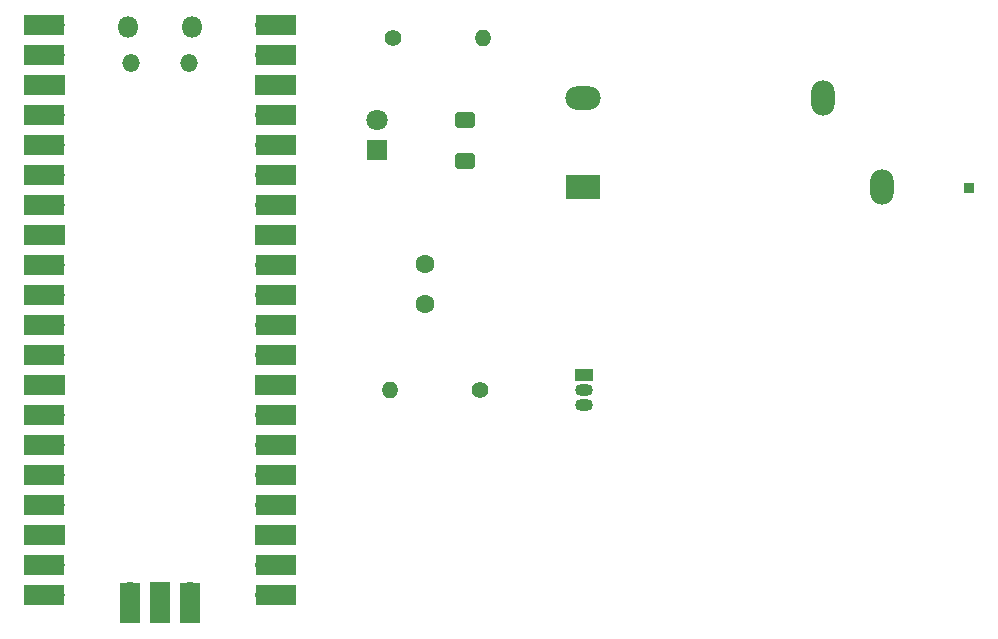
<source format=gbr>
%TF.GenerationSoftware,KiCad,Pcbnew,8.0.0*%
%TF.CreationDate,2024-03-31T23:26:35-03:00*%
%TF.ProjectId,Ponderada Semana 6,506f6e64-6572-4616-9461-2053656d616e,rev?*%
%TF.SameCoordinates,Original*%
%TF.FileFunction,Soldermask,Top*%
%TF.FilePolarity,Negative*%
%FSLAX46Y46*%
G04 Gerber Fmt 4.6, Leading zero omitted, Abs format (unit mm)*
G04 Created by KiCad (PCBNEW 8.0.0) date 2024-03-31 23:26:35*
%MOMM*%
%LPD*%
G01*
G04 APERTURE LIST*
G04 Aperture macros list*
%AMRoundRect*
0 Rectangle with rounded corners*
0 $1 Rounding radius*
0 $2 $3 $4 $5 $6 $7 $8 $9 X,Y pos of 4 corners*
0 Add a 4 corners polygon primitive as box body*
4,1,4,$2,$3,$4,$5,$6,$7,$8,$9,$2,$3,0*
0 Add four circle primitives for the rounded corners*
1,1,$1+$1,$2,$3*
1,1,$1+$1,$4,$5*
1,1,$1+$1,$6,$7*
1,1,$1+$1,$8,$9*
0 Add four rect primitives between the rounded corners*
20,1,$1+$1,$2,$3,$4,$5,0*
20,1,$1+$1,$4,$5,$6,$7,0*
20,1,$1+$1,$6,$7,$8,$9,0*
20,1,$1+$1,$8,$9,$2,$3,0*%
G04 Aperture macros list end*
%ADD10C,1.400000*%
%ADD11O,1.400000X1.400000*%
%ADD12C,1.800000*%
%ADD13R,1.800000X1.800000*%
%ADD14R,1.700000X3.500000*%
%ADD15O,1.700000X1.700000*%
%ADD16R,1.700000X1.700000*%
%ADD17R,3.500000X1.700000*%
%ADD18O,1.800000X1.800000*%
%ADD19O,1.500000X1.500000*%
%ADD20C,1.600000*%
%ADD21R,1.500000X1.050000*%
%ADD22O,1.500000X1.050000*%
%ADD23O,2.000000X3.000000*%
%ADD24R,3.000000X2.000000*%
%ADD25O,3.000000X2.000000*%
%ADD26R,0.850000X0.850000*%
%ADD27RoundRect,0.250000X0.600000X-0.400000X0.600000X0.400000X-0.600000X0.400000X-0.600000X-0.400000X0*%
G04 APERTURE END LIST*
D10*
%TO.C,R2*%
X156840000Y-100965000D03*
D11*
X149220000Y-100965000D03*
%TD*%
D10*
%TO.C,R1*%
X149484000Y-71120000D03*
D11*
X157104000Y-71120000D03*
%TD*%
D12*
%TO.C,D1*%
X148082000Y-78110000D03*
D13*
X148082000Y-80650000D03*
%TD*%
D14*
%TO.C,U1*%
X132262000Y-118986000D03*
D15*
X132262000Y-118086000D03*
D14*
X129722000Y-118986000D03*
D16*
X129722000Y-118086000D03*
D14*
X127182000Y-118986000D03*
D15*
X127182000Y-118086000D03*
D17*
X139512000Y-70056000D03*
D15*
X138612000Y-70056000D03*
D17*
X139512000Y-72596000D03*
D15*
X138612000Y-72596000D03*
D17*
X139512000Y-75136000D03*
D16*
X138612000Y-75136000D03*
D17*
X139512000Y-77676000D03*
D15*
X138612000Y-77676000D03*
D17*
X139512000Y-80216000D03*
D15*
X138612000Y-80216000D03*
D17*
X139512000Y-82756000D03*
D15*
X138612000Y-82756000D03*
D17*
X139512000Y-85296000D03*
D15*
X138612000Y-85296000D03*
D17*
X139512000Y-87836000D03*
D16*
X138612000Y-87836000D03*
D17*
X139512000Y-90376000D03*
D15*
X138612000Y-90376000D03*
D17*
X139512000Y-92916000D03*
D15*
X138612000Y-92916000D03*
D17*
X139512000Y-95456000D03*
D15*
X138612000Y-95456000D03*
D17*
X139512000Y-97996000D03*
D15*
X138612000Y-97996000D03*
D17*
X139512000Y-100536000D03*
D16*
X138612000Y-100536000D03*
D17*
X139512000Y-103076000D03*
D15*
X138612000Y-103076000D03*
D17*
X139512000Y-105616000D03*
D15*
X138612000Y-105616000D03*
D17*
X139512000Y-108156000D03*
D15*
X138612000Y-108156000D03*
D17*
X139512000Y-110696000D03*
D15*
X138612000Y-110696000D03*
D17*
X139512000Y-113236000D03*
D16*
X138612000Y-113236000D03*
D17*
X139512000Y-115776000D03*
D15*
X138612000Y-115776000D03*
D17*
X139512000Y-118316000D03*
D15*
X138612000Y-118316000D03*
D17*
X119932000Y-118316000D03*
D15*
X120832000Y-118316000D03*
D17*
X119932000Y-115776000D03*
D15*
X120832000Y-115776000D03*
D17*
X119932000Y-113236000D03*
D16*
X120832000Y-113236000D03*
D17*
X119932000Y-110696000D03*
D15*
X120832000Y-110696000D03*
D17*
X119932000Y-108156000D03*
D15*
X120832000Y-108156000D03*
D17*
X119932000Y-105616000D03*
D15*
X120832000Y-105616000D03*
D17*
X119932000Y-103076000D03*
D15*
X120832000Y-103076000D03*
D17*
X119932000Y-100536000D03*
D16*
X120832000Y-100536000D03*
D17*
X119932000Y-97996000D03*
D15*
X120832000Y-97996000D03*
D17*
X119932000Y-95456000D03*
D15*
X120832000Y-95456000D03*
D17*
X119932000Y-92916000D03*
D15*
X120832000Y-92916000D03*
D17*
X119932000Y-90376000D03*
D15*
X120832000Y-90376000D03*
D17*
X119932000Y-87836000D03*
D16*
X120832000Y-87836000D03*
D17*
X119932000Y-85296000D03*
D15*
X120832000Y-85296000D03*
D17*
X119932000Y-82756000D03*
D15*
X120832000Y-82756000D03*
D17*
X119932000Y-80216000D03*
D15*
X120832000Y-80216000D03*
D17*
X119932000Y-77676000D03*
D15*
X120832000Y-77676000D03*
D17*
X119932000Y-75136000D03*
D16*
X120832000Y-75136000D03*
D17*
X119932000Y-72596000D03*
D15*
X120832000Y-72596000D03*
D17*
X119932000Y-70056000D03*
D15*
X120832000Y-70056000D03*
D18*
X132447000Y-70186000D03*
D19*
X132147000Y-73216000D03*
X127297000Y-73216000D03*
D18*
X126997000Y-70186000D03*
%TD*%
D20*
%TO.C,PhotoResistor1*%
X152146000Y-93648000D03*
X152146000Y-90248000D03*
%TD*%
D21*
%TO.C,Q1*%
X165629000Y-99695000D03*
D22*
X165629000Y-100965000D03*
X165629000Y-102235000D03*
%TD*%
D23*
%TO.C,K1*%
X185823000Y-76260000D03*
X190863000Y-83760000D03*
D24*
X165523000Y-83760000D03*
D25*
X165523000Y-76260000D03*
%TD*%
D26*
%TO.C,J1*%
X198247000Y-83820000D03*
%TD*%
D27*
%TO.C,D2*%
X155575000Y-81588000D03*
X155575000Y-78088000D03*
%TD*%
M02*

</source>
